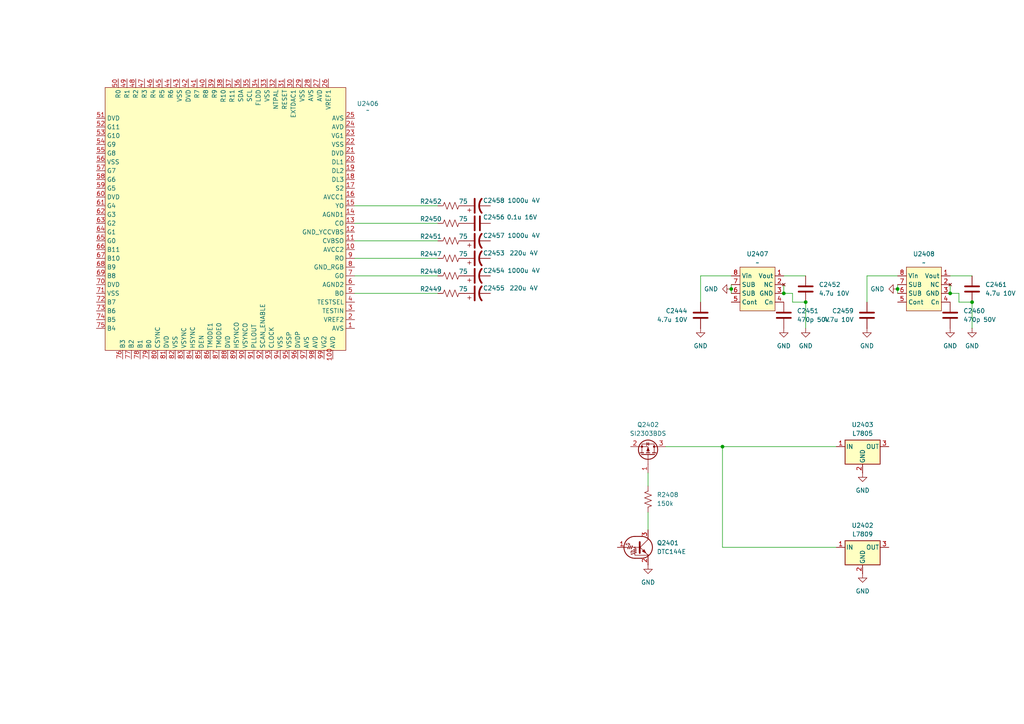
<source format=kicad_sch>
(kicad_sch (version 20231120) (generator "eeschema") (generator_version "8.0")
  (paper "A4")
  (lib_symbols
    (symbol "Device:C" (pin_numbers hide) (pin_names (offset 0.254))
      (property "Reference" "C" (at 0.635 2.54 0))
      (property "Value" "C" (at 0.635 -2.54 0))
      (symbol "C_0_1"
        (polyline (pts (xy -2.032 -0.762) (xy 2.032 -0.762)) (stroke (width 0.508)))
        (polyline (pts (xy -2.032 0.762) (xy 2.032 0.762)) (stroke (width 0.508)))
      )
      (symbol "C_1_1"
        (pin passive line (at 0 3.81 270) (length 2.794) (name "~") (number "1"))
        (pin passive line (at 0 -3.81 90) (length 2.794) (name "~") (number "2"))
      )
    )
    (symbol "Device:C_Polarized_US" (pin_numbers hide) (pin_names (offset 0.254) hide)
      (property "Reference" "C" (at 0.635 2.54 0))
      (property "Value" "C_Polarized_US" (at 0.635 -2.54 0))
      (symbol "C_Polarized_US_0_1"
        (polyline (pts (xy -2.032 0.762) (xy 2.032 0.762)) (stroke (width 0.508)))
        (polyline (pts (xy -1.778 2.286) (xy -0.762 2.286)))
        (polyline (pts (xy -1.27 1.778) (xy -1.27 2.794)))
        (arc (start 2.032 -1.27) (mid 0 -0.5572) (end -2.032 -1.27) (stroke (width 0.508)))
      )
      (symbol "C_Polarized_US_1_1"
        (pin passive line (at 0 3.81 270) (length 2.794) (name "~") (number "1"))
        (pin passive line (at 0 -3.81 90) (length 3.302) (name "~") (number "2"))
      )
    )
    (symbol "Device:R_US" (pin_numbers hide) (pin_names (offset 0))
      (property "Reference" "R" (at 2.54 0 90))
      (property "Value" "R_US" (at -2.54 0 90))
      (symbol "R_US_0_1"
        (polyline (pts (xy 0 -2.286) (xy 0 -2.54)))
        (polyline (pts (xy 0 2.286) (xy 0 2.54)))
        (polyline (pts (xy 0 -0.762) (xy 1.016 -1.143) (xy 0 -1.524) (xy -1.016 -1.905) (xy 0 -2.286)))
        (polyline (pts (xy 0 0.762) (xy 1.016 0.381) (xy 0 0) (xy -1.016 -0.381) (xy 0 -0.762)))
        (polyline (pts (xy 0 2.286) (xy 1.016 1.905) (xy 0 1.524) (xy -1.016 1.143) (xy 0 0.762)))
      )
      (symbol "R_US_1_1"
        (pin passive line (at 0 3.81 270) (length 1.27) (name "~") (number "1"))
        (pin passive line (at 0 -3.81 90) (length 1.27) (name "~") (number "2"))
      )
    )
    (symbol "PS3:CXM4024"
      (property "Reference" "U" (at 0 0 0))
      (symbol "CXM4024_0_0"
        (pin unspecified line (at -36.83 29.21 0) (length 2.54) (name "AVS") (number "1"))
        (pin unspecified line (at -36.83 6.35 0) (length 2.54) (name "AVCC2") (number "10"))
        (pin unspecified line (at -30.48 38.1 270) (length 2.54) (name "AVD") (number "100"))
        (pin unspecified line (at -36.83 3.81 0) (length 2.54) (name "CVBSO") (number "11"))
        (pin unspecified line (at -36.83 1.27 0) (length 2.54) (name "GND_YCCVBS") (number "12"))
        (pin unspecified line (at -36.83 -1.27 0) (length 2.54) (name "CO") (number "13"))
        (pin unspecified line (at -36.83 -3.81 0) (length 2.54) (name "AGND1") (number "14"))
        (pin unspecified line (at -36.83 -6.35 0) (length 2.54) (name "YO") (number "15"))
        (pin unspecified line (at -36.83 -8.89 0) (length 2.54) (name "AVCC1") (number "16"))
        (pin unspecified line (at -36.83 -11.43 0) (length 2.54) (name "S2") (number "17"))
        (pin unspecified line (at -36.83 -13.97 0) (length 2.54) (name "DL3") (number "18"))
        (pin unspecified line (at -36.83 -16.51 0) (length 2.54) (name "DL2") (number "19"))
        (pin unspecified line (at -36.83 26.67 0) (length 2.54) (name "VREF2") (number "2"))
        (pin unspecified line (at -36.83 -19.05 0) (length 2.54) (name "DL1") (number "20"))
        (pin unspecified line (at -36.83 -21.59 0) (length 2.54) (name "DVD") (number "21"))
        (pin unspecified line (at -36.83 -24.13 0) (length 2.54) (name "VSS") (number "22"))
        (pin unspecified line (at -36.83 -26.67 0) (length 2.54) (name "VG1") (number "23"))
        (pin unspecified line (at -36.83 -29.21 0) (length 2.54) (name "AVD") (number "24"))
        (pin unspecified line (at -36.83 -31.75 0) (length 2.54) (name "AVS") (number "25"))
        (pin unspecified line (at -29.21 -43.18 90) (length 2.54) (name "VREF1") (number "26"))
        (pin unspecified line (at -26.67 -43.18 90) (length 2.54) (name "AVD") (number "27"))
        (pin unspecified line (at -24.13 -43.18 90) (length 2.54) (name "AVS") (number "28"))
        (pin unspecified line (at -21.59 -43.18 90) (length 2.54) (name "VSS") (number "29"))
        (pin unspecified line (at -36.83 24.13 0) (length 2.54) (name "TESTIN") (number "3"))
        (pin unspecified line (at -19.05 -43.18 90) (length 2.54) (name "EXTDAC1") (number "30"))
        (pin unspecified line (at -16.51 -43.18 90) (length 2.54) (name "RESET") (number "31"))
        (pin unspecified line (at -13.97 -43.18 90) (length 2.54) (name "NTPAL") (number "32"))
        (pin unspecified line (at -11.43 -43.18 90) (length 2.54) (name "VSS") (number "33"))
        (pin unspecified line (at -8.89 -43.18 90) (length 2.54) (name "FLDD") (number "34"))
        (pin unspecified line (at -6.35 -43.18 90) (length 2.54) (name "SCL") (number "35"))
        (pin unspecified line (at -3.81 -43.18 90) (length 2.54) (name "SDA") (number "36"))
        (pin unspecified line (at -1.27 -43.18 90) (length 2.54) (name "R11") (number "37"))
        (pin unspecified line (at 1.27 -43.18 90) (length 2.54) (name "R10") (number "38"))
        (pin unspecified line (at 3.81 -43.18 90) (length 2.54) (name "R9") (number "39"))
        (pin unspecified line (at -36.83 21.59 0) (length 2.54) (name "TESTSEL") (number "4"))
        (pin unspecified line (at 6.35 -43.18 90) (length 2.54) (name "R8") (number "40"))
        (pin unspecified line (at 8.89 -43.18 90) (length 2.54) (name "R7") (number "41"))
        (pin unspecified line (at 11.43 -43.18 90) (length 2.54) (name "DVD") (number "42"))
        (pin unspecified line (at 13.97 -43.18 90) (length 2.54) (name "VSS") (number "43"))
        (pin unspecified line (at 16.51 -43.18 90) (length 2.54) (name "R6") (number "44"))
        (pin unspecified line (at 19.05 -43.18 90) (length 2.54) (name "R5") (number "45"))
        (pin unspecified line (at 21.59 -43.18 90) (length 2.54) (name "R4") (number "46"))
        (pin unspecified line (at 24.13 -43.18 90) (length 2.54) (name "R3") (number "47"))
        (pin unspecified line (at 26.67 -43.18 90) (length 2.54) (name "R2") (number "48"))
        (pin unspecified line (at 29.21 -43.18 90) (length 2.54) (name "R1") (number "49"))
        (pin unspecified line (at -36.83 19.05 0) (length 2.54) (name "BO") (number "5"))
        (pin unspecified line (at 31.75 -43.18 90) (length 2.54) (name "R0") (number "50"))
        (pin unspecified line (at 38.1 -31.75 180) (length 2.54) (name "DVD") (number "51"))
        (pin unspecified line (at 38.1 -29.21 180) (length 2.54) (name "G11") (number "52"))
        (pin unspecified line (at 38.1 -26.67 180) (length 2.54) (name "G10") (number "53"))
        (pin unspecified line (at 38.1 -24.13 180) (length 2.54) (name "G9") (number "54"))
        (pin unspecified line (at 38.1 -21.59 180) (length 2.54) (name "G8") (number "55"))
        (pin unspecified line (at 38.1 -19.05 180) (length 2.54) (name "VSS") (number "56"))
        (pin unspecified line (at 38.1 -16.51 180) (length 2.54) (name "G7") (number "57"))
        (pin unspecified line (at 38.1 -13.97 180) (length 2.54) (name "G6") (number "58"))
        (pin unspecified line (at 38.1 -11.43 180) (length 2.54) (name "G5") (number "59"))
        (pin unspecified line (at -36.83 16.51 0) (length 2.54) (name "AGND2") (number "6"))
        (pin unspecified line (at 38.1 -8.89 180) (length 2.54) (name "DVD") (number "60"))
        (pin unspecified line (at 38.1 -6.35 180) (length 2.54) (name "G4") (number "61"))
        (pin unspecified line (at 38.1 -3.81 180) (length 2.54) (name "G3") (number "62"))
        (pin unspecified line (at 38.1 -1.27 180) (length 2.54) (name "G2") (number "63"))
        (pin unspecified line (at 38.1 1.27 180) (length 2.54) (name "G1") (number "64"))
        (pin unspecified line (at 38.1 3.81 180) (length 2.54) (name "G0") (number "65"))
        (pin unspecified line (at 38.1 6.35 180) (length 2.54) (name "B11") (number "66"))
        (pin unspecified line (at 38.1 8.89 180) (length 2.54) (name "B10") (number "67"))
        (pin unspecified line (at 38.1 11.43 180) (length 2.54) (name "B9") (number "68"))
        (pin unspecified line (at 38.1 13.97 180) (length 2.54) (name "B8") (number "69"))
        (pin unspecified line (at -36.83 13.97 0) (length 2.54) (name "GO") (number "7"))
        (pin unspecified line (at 38.1 16.51 180) (length 2.54) (name "DVD") (number "70"))
        (pin unspecified line (at 38.1 19.05 180) (length 2.54) (name "VSS") (number "71"))
        (pin unspecified line (at 38.1 21.59 180) (length 2.54) (name "B7") (number "72"))
        (pin unspecified line (at 38.1 24.13 180) (length 2.54) (name "B6") (number "73"))
        (pin unspecified line (at 38.1 26.67 180) (length 2.54) (name "B5") (number "74"))
        (pin unspecified line (at 38.1 29.21 180) (length 2.54) (name "B4") (number "75"))
        (pin unspecified line (at 30.48 38.1 270) (length 2.54) (name "B3") (number "76"))
        (pin unspecified line (at 27.94 38.1 270) (length 2.54) (name "B2") (number "77"))
        (pin unspecified line (at 25.4 38.1 270) (length 2.54) (name "B1") (number "78"))
        (pin unspecified line (at 22.86 38.1 270) (length 2.54) (name "B0") (number "79"))
        (pin unspecified line (at -36.83 11.43 0) (length 2.54) (name "GND_RGB") (number "8"))
        (pin unspecified line (at 20.32 38.1 270) (length 2.54) (name "CSYNC") (number "80"))
        (pin unspecified line (at 17.78 38.1 270) (length 2.54) (name "DVD") (number "81"))
        (pin unspecified line (at 15.24 38.1 270) (length 2.54) (name "VSS") (number "82"))
        (pin unspecified line (at 12.7 38.1 270) (length 2.54) (name "VSYNC") (number "83"))
        (pin unspecified line (at 10.16 38.1 270) (length 2.54) (name "HSYNC") (number "84"))
        (pin unspecified line (at 7.62 38.1 270) (length 2.54) (name "DEN") (number "85"))
        (pin unspecified line (at 5.08 38.1 270) (length 2.54) (name "TMODE1") (number "86"))
        (pin unspecified line (at 2.54 38.1 270) (length 2.54) (name "TMODE0") (number "87"))
        (pin unspecified line (at 0 38.1 270) (length 2.54) (name "DVD") (number "88"))
        (pin unspecified line (at -2.54 38.1 270) (length 2.54) (name "HSYNCO") (number "89"))
        (pin unspecified line (at -36.83 8.89 0) (length 2.54) (name "RO") (number "9"))
        (pin unspecified line (at -5.08 38.1 270) (length 2.54) (name "VSYNCO") (number "90"))
        (pin unspecified line (at -7.62 38.1 270) (length 2.54) (name "PLLOUT") (number "91"))
        (pin unspecified line (at -10.16 38.1 270) (length 2.54) (name "SCAN_ENABLE") (number "92"))
        (pin unspecified line (at -12.7 38.1 270) (length 2.54) (name "CLOCK") (number "93"))
        (pin unspecified line (at -15.24 38.1 270) (length 2.54) (name "VSS") (number "94"))
        (pin unspecified line (at -17.78 38.1 270) (length 2.54) (name "VSSP") (number "95"))
        (pin unspecified line (at -20.32 38.1 270) (length 2.54) (name "DVDP") (number "96"))
        (pin unspecified line (at -22.86 38.1 270) (length 2.54) (name "AVS") (number "97"))
        (pin unspecified line (at -25.4 38.1 270) (length 2.54) (name "AVD") (number "98"))
        (pin unspecified line (at -27.94 38.1 270) (length 2.54) (name "VG2") (number "99"))
      )
      (symbol "CXM4024_1_1"
        (rectangle (start -34.29 35.56) (end 35.56 -40.64) (fill (type background)))
      )
    )
    (symbol "PS3:MM159X"
      (property "Reference" "U" (at 0 0 0))
      (symbol "MM159X_0_0"
        (pin power_out line (at -7.62 -3.81 0) (length 2.54) (name "Vout") (number "1"))
        (pin no_connect line (at -7.62 -6.35 0) (length 2.54) (name "NC") (number "2"))
        (pin power_in line (at -7.62 -8.89 0) (length 2.54) (name "GND") (number "3"))
        (pin unspecified line (at -7.62 -11.43 0) (length 2.54) (name "Cn") (number "4"))
        (pin input line (at 7.62 -11.43 180) (length 2.54) (name "Cont") (number "5"))
        (pin power_in line (at 7.62 -3.81 180) (length 2.54) (name "Vin") (number "8"))
      )
      (symbol "MM159X_1_0"
        (pin unspecified line (at 7.62 -8.89 180) (length 2.54) (name "SUB") (number "6"))
        (pin unspecified line (at 7.62 -6.35 180) (length 2.54) (name "SUB") (number "7"))
      )
      (symbol "MM159X_1_1"
        (rectangle (start -5.08 -1.27) (end 5.08 -13.97) (fill (type background)))
      )
    )
    (symbol "Regulator_Linear:L7805" (pin_names (offset 0.254))
      (property "Reference" "U" (at -3.81 3.175 0))
      (property "Value" "L7805" (at 0 3.175 0))
      (symbol "L7805_0_1"
        (rectangle (start -5.08 1.905) (end 5.08 -5.08) (stroke (width 0.254)) (fill (type background)))
      )
      (symbol "L7805_1_1"
        (pin power_in line (at -7.62 0 0) (length 2.54) (name "IN") (number "1"))
        (pin power_in line (at 0 -7.62 90) (length 2.54) (name "GND") (number "2"))
        (pin power_out line (at 7.62 0 180) (length 2.54) (name "OUT") (number "3"))
      )
    )
    (symbol "Regulator_Linear:L7809" (pin_names (offset 0.254))
      (property "Reference" "U" (at -3.81 3.175 0))
      (property "Value" "L7809" (at 0 3.175 0))
      (symbol "L7809_0_1"
        (rectangle (start -5.08 1.905) (end 5.08 -5.08) (stroke (width 0.254)) (fill (type background)))
      )
      (symbol "L7809_1_1"
        (pin power_in line (at -7.62 0 0) (length 2.54) (name "IN") (number "1"))
        (pin power_in line (at 0 -7.62 90) (length 2.54) (name "GND") (number "2"))
        (pin power_out line (at 7.62 0 180) (length 2.54) (name "OUT") (number "3"))
      )
    )
    (symbol "Transistor_BJT:DTC144E" (pin_names (offset 0) hide)
      (property "Reference" "Q" (at 5.08 1.905 0))
      (property "Value" "DTC144E" (at 5.08 0 0))
      (symbol "DTC144E_0_0"
        (text "47k" (at -3.302 0.889 0) (effects (font (size 0.508 0.508))))
        (text "47k" (at -2.159 -1.524 900) (effects (font (size 0.508 0.508))))
      )
      (symbol "DTC144E_0_1"
        (circle (center -1.27 0) (radius 0.127))
        (arc (start -1.27 3.175) (mid -4.4312 0) (end -1.27 -3.175) (stroke (width 0.254)))
        (polyline (pts (xy -3.429 0) (xy -3.81 0)))
        (polyline (pts (xy -1.27 -3.175) (xy 0.635 -3.175)) (stroke (width 0.254)))
        (polyline (pts (xy -1.27 3.175) (xy 0.635 3.175)) (stroke (width 0.254)))
        (polyline (pts (xy 0 -0.254) (xy 2.54 2.286)))
        (polyline (pts (xy 0.127 1.524) (xy 0.127 -1.651)) (stroke (width 0.508)) (fill (type outline)))
        (polyline (pts (xy 2.54 2.286) (xy 2.54 2.54)))
        (polyline (pts (xy 2.54 -2.286) (xy 0 0.254) (xy 0 0.254)))
        (polyline (pts (xy 0.889 -1.143) (xy 1.397 -0.635) (xy 1.905 -1.651) (xy 0.889 -1.143)) (fill (type outline)))
        (polyline (pts (xy 0 0) (xy -1.905 0) (xy -2.032 0.508) (xy -2.286 -0.508) (xy -2.54 0.508) (xy -2.794 -0.508) (xy -3.048 0.508) (xy -3.302 -0.508) (xy -3.429 0)))
        (polyline (pts (xy -1.27 0) (xy -1.27 -0.381) (xy -0.762 -0.508) (xy -1.778 -0.762) (xy -0.762 -1.016) (xy -1.778 -1.27) (xy -0.762 -1.524) (xy -1.778 -1.778) (xy -1.27 -1.905) (xy -1.27 -2.286) (xy 2.54 -2.286)))
        (arc (start 0.635 -3.175) (mid 3.7962 0) (end 0.635 3.175) (stroke (width 0.254)))
        (circle (center 2.54 -2.286) (radius 0.127))
      )
      (symbol "DTC144E_1_1"
        (pin input line (at -6.35 0 0) (length 2.54) (name "B") (number "1"))
        (pin passive line (at 2.54 -5.08 90) (length 2.54) (name "E") (number "2"))
        (pin passive line (at 2.54 5.08 270) (length 2.54) (name "C") (number "3"))
      )
    )
    (symbol "Transistor_FET:TP0610T" (pin_names hide)
      (property "Reference" "Q" (at 5.08 1.905 0))
      (property "Value" "TP0610T" (at 5.08 0 0))
      (symbol "TP0610T_0_1"
        (polyline (pts (xy 0.254 0) (xy -2.54 0)))
        (polyline (pts (xy 0.254 1.905) (xy 0.254 -1.905)) (stroke (width 0.254)))
        (polyline (pts (xy 0.762 -1.27) (xy 0.762 -2.286)) (stroke (width 0.254)))
        (polyline (pts (xy 0.762 0.508) (xy 0.762 -0.508)) (stroke (width 0.254)))
        (polyline (pts (xy 0.762 2.286) (xy 0.762 1.27)) (stroke (width 0.254)))
        (polyline (pts (xy 2.54 2.54) (xy 2.54 1.778)))
        (polyline (pts (xy 2.54 -2.54) (xy 2.54 0) (xy 0.762 0)))
        (polyline (pts (xy 0.762 1.778) (xy 3.302 1.778) (xy 3.302 -1.778) (xy 0.762 -1.778)))
        (polyline (pts (xy 2.286 0) (xy 1.27 0.381) (xy 1.27 -0.381) (xy 2.286 0)) (fill (type outline)))
        (polyline (pts (xy 2.794 -0.508) (xy 2.921 -0.381) (xy 3.683 -0.381) (xy 3.81 -0.254)))
        (polyline (pts (xy 3.302 -0.381) (xy 2.921 0.254) (xy 3.683 0.254) (xy 3.302 -0.381)))
        (circle (center 1.651 0) (radius 2.794) (stroke (width 0.254)))
        (circle (center 2.54 -1.778) (radius 0.254) (fill (type outline)))
        (circle (center 2.54 1.778) (radius 0.254) (fill (type outline)))
      )
      (symbol "TP0610T_1_1"
        (pin input line (at -5.08 0 0) (length 2.54) (name "G") (number "1"))
        (pin passive line (at 2.54 -5.08 90) (length 2.54) (name "S") (number "2"))
        (pin passive line (at 2.54 5.08 270) (length 2.54) (name "D") (number "3"))
      )
    )
    (symbol "power:GND" (power) (pin_numbers hide) (pin_names (offset 0) hide)
      (property "Value" "GND" (at 0 -3.81 0))
      (symbol "GND_0_1"
        (polyline (pts (xy 0 0) (xy 0 -1.27) (xy 1.27 -1.27) (xy 0 -2.54) (xy -1.27 -1.27) (xy 0 -1.27)))
      )
      (symbol "GND_1_1"
        (pin power_in line (at 0 0 270) (length 0) (name "~") (number "1"))
      )
    )
  )
  (junction (at 227.33 85.09))
  (junction (at 260.35 83.82))
  (junction (at 212.09 83.82))
  (junction (at 233.68 87.63))
  (junction (at 209.55 129.54))
  (junction (at 275.59 85.09))
  (junction (at 281.94 87.63))
  (wire (pts (xy 193.04 129.54) (xy 209.55 129.54)))
  (wire (pts (xy 102.87 80.01) (xy 127 80.01)))
  (wire (pts (xy 278.13 85.09) (xy 278.13 87.63)))
  (wire (pts (xy 229.87 87.63) (xy 233.68 87.63)))
  (wire (pts (xy 251.46 80.01) (xy 260.35 80.01)))
  (wire (pts (xy 203.2 87.63) (xy 203.2 80.01)))
  (wire (pts (xy 251.46 87.63) (xy 251.46 80.01)))
  (wire (pts (xy 203.2 80.01) (xy 212.09 80.01)))
  (wire (pts (xy 102.87 64.77) (xy 127 64.77)))
  (wire (pts (xy 209.55 129.54) (xy 242.57 129.54)))
  (wire (pts (xy 102.87 74.93) (xy 127 74.93)))
  (wire (pts (xy 229.87 85.09) (xy 229.87 87.63)))
  (wire (pts (xy 275.59 82.55) (xy 275.59 85.09)))
  (wire (pts (xy 187.96 148.59) (xy 187.96 153.67)))
  (wire (pts (xy 260.35 83.82) (xy 260.35 85.09)))
  (wire (pts (xy 275.59 80.01) (xy 281.94 80.01)))
  (wire (pts (xy 227.33 82.55) (xy 227.33 85.09)))
  (wire (pts (xy 212.09 82.55) (xy 212.09 83.82)))
  (wire (pts (xy 102.87 69.85) (xy 127 69.85)))
  (wire (pts (xy 227.33 85.09) (xy 229.87 85.09)))
  (wire (pts (xy 187.96 137.16) (xy 187.96 140.97)))
  (wire (pts (xy 260.35 82.55) (xy 260.35 83.82)))
  (wire (pts (xy 233.68 87.63) (xy 233.68 95.25)))
  (wire (pts (xy 102.87 85.09) (xy 127 85.09)))
  (wire (pts (xy 242.57 158.75) (xy 209.55 158.75)))
  (wire (pts (xy 212.09 83.82) (xy 212.09 85.09)))
  (wire (pts (xy 281.94 87.63) (xy 281.94 95.25)))
  (wire (pts (xy 209.55 158.75) (xy 209.55 129.54)))
  (wire (pts (xy 227.33 80.01) (xy 233.68 80.01)))
  (wire (pts (xy 275.59 85.09) (xy 278.13 85.09)))
  (wire (pts (xy 278.13 87.63) (xy 281.94 87.63)))
  (wire (pts (xy 102.87 59.69) (xy 127 59.69)))
  (symbol (lib_id "Regulator_Linear:L7805") (at 250.19 129.54 0) (unit 1)
    (property "Reference" "U2403" (at 250.19 123.19 0))
    (property "Value" "L7805" (at 250.19 125.73 0))
    (property "Footprint" "Package_TO_SOT_SMD:TO-252-2" (effects (hide yes)))
    (property "Datasheet" "http://www.st.com/content/ccc/resource/technical/document/datasheet/41/4f/b3/b0/12/d4/47/88/CD00000444.pdf/files/CD00000444.pdf/jcr:content/translations/en.CD00000444.pdf" (effects (hide yes)))
    (property "Description" "Positive 1.5A 35V Linear Regulator, Fixed Output 5V, TO-220/TO-263/TO-252" (effects (hide yes)))
  )
  (symbol (lib_id "Device:R_US") (at 130.81 85.09 90) (unit 1)
    (property "Reference" "R2449" (at 124.968 83.82 90))
    (property "Value" "75" (at 134.366 83.82 90))
    (property "Footprint" "Resistor_SMD:R_0603_1608Metric" (effects (hide yes)))
    (property "Description" "Resistor, US symbol" (effects (hide yes)))
  )
  (symbol (lib_id "power:GND") (at 233.68 95.25 0) (unit 1)
    (property "Reference" "#PWR0407" (effects (hide yes)))
    (property "Value" "GND" (at 233.68 100.33 0))
    (property "Description" "Power symbol creates a global label with name \"GND\" , ground" (effects (hide yes)))
  )
  (symbol (lib_id "power:GND") (at 260.35 83.82 270) (unit 1)
    (property "Reference" "#PWR0410" (effects (hide yes)))
    (property "Value" "GND" (at 256.54 83.8199 90) (effects (justify right)))
    (property "Description" "Power symbol creates a global label with name \"GND\" , ground" (effects (hide yes)))
  )
  (symbol (lib_id "Device:R_US") (at 130.81 80.01 90) (unit 1)
    (property "Reference" "R2448" (at 124.968 78.74 90))
    (property "Value" "75" (at 134.366 78.74 90))
    (property "Footprint" "Resistor_SMD:R_0603_1608Metric" (effects (hide yes)))
    (property "Description" "Resistor, US symbol" (effects (hide yes)))
  )
  (symbol (lib_id "Device:C") (at 227.33 91.44 0) (unit 1)
    (property "Reference" "C2451" (at 231.14 90.1699 0) (effects (justify left)))
    (property "Value" "470p 50V" (at 231.14 92.7099 0) (effects (justify left)))
    (property "Footprint" "Capacitor_SMD:C_0402_1005Metric" (effects (hide yes)))
    (property "Description" "Unpolarized capacitor" (effects (hide yes)))
  )
  (symbol (lib_id "Device:C_Polarized_US") (at 138.43 59.69 90) (unit 1)
    (property "Reference" "C2458" (at 143.256 58.166 90))
    (property "Value" "1000u 4V" (at 151.892 58.166 90))
    (property "Footprint" "Capacitor_SMD:CP_Elec_8x6.9" (effects (hide yes)))
    (property "Description" "Polarized capacitor, US symbol" (effects (hide yes)))
  )
  (symbol (lib_id "Device:C_Polarized_US") (at 138.43 74.93 90) (unit 1)
    (property "Reference" "C2453" (at 143.256 73.406 90))
    (property "Value" "220u 4V" (at 151.892 73.406 90))
    (property "Footprint" "Capacitor_SMD:CP_Elec_6.3x4.5" (effects (hide yes)))
    (property "Description" "Polarized capacitor, US symbol" (effects (hide yes)))
  )
  (symbol (lib_id "PS3:MM159X") (at 219.71 76.2 0) (mirror y) (unit 1)
    (property "Reference" "U2407" (at 219.71 73.66 0))
    (property "Value" "~" (at 219.71 76.2 0))
    (property "Footprint" "Package_SO:SOP-8_3.9x4.9mm_P1.27mm" (effects (hide yes)))
    (property "Datasheet" "https://product.minebeamitsumi.com/en/product/category/ics/regulate/ldo/parts/download/__icsFiles/afieldfile/2023/02/15/56_download_01_2.pdf" (effects (hide yes)))
  )
  (symbol (lib_id "Device:R_US") (at 130.81 59.69 90) (unit 1)
    (property "Reference" "R2452" (at 124.968 58.42 90))
    (property "Value" "75" (at 134.366 58.42 90))
    (property "Footprint" "Resistor_SMD:R_0603_1608Metric" (effects (hide yes)))
    (property "Description" "Resistor, US symbol" (effects (hide yes)))
  )
  (symbol (lib_id "Device:R_US") (at 130.81 74.93 90) (unit 1)
    (property "Reference" "R2447" (at 124.968 73.66 90))
    (property "Value" "75" (at 134.366 73.66 90))
    (property "Footprint" "Resistor_SMD:R_0603_1608Metric" (effects (hide yes)))
    (property "Description" "Resistor, US symbol" (effects (hide yes)))
  )
  (symbol (lib_id "power:GND") (at 275.59 95.25 0) (unit 1)
    (property "Reference" "#PWR0411" (effects (hide yes)))
    (property "Value" "GND" (at 275.59 100.33 0))
    (property "Description" "Power symbol creates a global label with name \"GND\" , ground" (effects (hide yes)))
  )
  (symbol (lib_id "power:GND") (at 250.19 166.37 0) (unit 1)
    (property "Reference" "#PWR0404" (effects (hide yes)))
    (property "Value" "GND" (at 250.19 171.45 0))
    (property "Description" "Power symbol creates a global label with name \"GND\" , ground" (effects (hide yes)))
  )
  (symbol (lib_id "PS3:CXM4024") (at 66.04 66.04 180) (unit 1)
    (property "Reference" "U2406" (at 106.68 30.0638 0))
    (property "Value" "~" (at 106.68 31.9689 0))
    (property "Footprint" "Package_QFP:TQFP-100_14x14mm_P0.5mm" (effects (hide yes)))
  )
  (symbol (lib_id "power:GND") (at 203.2 95.25 0) (unit 1)
    (property "Reference" "#PWR0405" (effects (hide yes)))
    (property "Value" "GND" (at 203.2 100.33 0))
    (property "Description" "Power symbol creates a global label with name \"GND\" , ground" (effects (hide yes)))
  )
  (symbol (lib_id "Device:R_US") (at 130.81 69.85 90) (unit 1)
    (property "Reference" "R2451" (at 124.968 68.58 90))
    (property "Value" "75" (at 134.366 68.58 90))
    (property "Footprint" "Resistor_SMD:R_0603_1608Metric" (effects (hide yes)))
    (property "Description" "Resistor, US symbol" (effects (hide yes)))
  )
  (symbol (lib_id "Device:C_Polarized_US") (at 138.43 69.85 90) (unit 1)
    (property "Reference" "C2457" (at 143.256 68.326 90))
    (property "Value" "1000u 4V" (at 151.892 68.326 90))
    (property "Footprint" "Capacitor_SMD:CP_Elec_8x6.9" (effects (hide yes)))
    (property "Description" "Polarized capacitor, US symbol" (effects (hide yes)))
  )
  (symbol (lib_id "Device:C") (at 275.59 91.44 0) (unit 1)
    (property "Reference" "C2460" (at 279.4 90.1699 0) (effects (justify left)))
    (property "Value" "470p 50V" (at 279.4 92.7099 0) (effects (justify left)))
    (property "Footprint" "Capacitor_SMD:C_0402_1005Metric" (effects (hide yes)))
    (property "Description" "Unpolarized capacitor" (effects (hide yes)))
  )
  (symbol (lib_id "Transistor_FET:TP0610T") (at 187.96 132.08 270) (mirror x) (unit 1)
    (property "Reference" "Q2402" (at 187.96 123.19 90))
    (property "Value" "SI2303BDS" (at 187.96 125.73 90))
    (property "Footprint" "Package_TO_SOT_SMD:SOT-23" (effects (hide yes)))
    (property "Datasheet" "http://www.vishay.com/docs/70209/70209.pdf" (effects (hide yes)))
    (property "Description" "-0.18A Id, -60V Vds, P-Channel MOSFET, SOT-23" (effects (hide yes)))
  )
  (symbol (lib_id "Device:C") (at 251.46 91.44 0) (mirror y) (unit 1)
    (property "Reference" "C2459" (at 247.65 90.1699 0) (effects (justify left)))
    (property "Value" "4.7u 10V" (at 247.65 92.7099 0) (effects (justify left)))
    (property "Footprint" "Capacitor_SMD:C_0805_2012Metric" (effects (hide yes)))
    (property "Description" "Unpolarized capacitor" (effects (hide yes)))
  )
  (symbol (lib_id "Device:C_Polarized_US") (at 138.43 85.09 90) (unit 1)
    (property "Reference" "C2455" (at 143.256 83.566 90))
    (property "Value" "220u 4V" (at 151.892 83.566 90))
    (property "Footprint" "Capacitor_SMD:CP_Elec_6.3x4.5" (effects (hide yes)))
    (property "Description" "Polarized capacitor, US symbol" (effects (hide yes)))
  )
  (symbol (lib_id "power:GND") (at 212.09 83.82 270) (unit 1)
    (property "Reference" "#PWR0408" (effects (hide yes)))
    (property "Value" "GND" (at 208.28 83.8199 90) (effects (justify right)))
    (property "Description" "Power symbol creates a global label with name \"GND\" , ground" (effects (hide yes)))
  )
  (symbol (lib_id "power:GND") (at 251.46 95.25 0) (unit 1)
    (property "Reference" "#PWR0409" (effects (hide yes)))
    (property "Value" "GND" (at 251.46 100.33 0))
    (property "Description" "Power symbol creates a global label with name \"GND\" , ground" (effects (hide yes)))
  )
  (symbol (lib_id "power:GND") (at 250.19 137.16 0) (unit 1)
    (property "Reference" "#PWR0403" (effects (hide yes)))
    (property "Value" "GND" (at 250.19 142.24 0))
    (property "Description" "Power symbol creates a global label with name \"GND\" , ground" (effects (hide yes)))
  )
  (symbol (lib_id "power:GND") (at 281.94 95.25 0) (unit 1)
    (property "Reference" "#PWR0412" (effects (hide yes)))
    (property "Value" "GND" (at 281.94 100.33 0))
    (property "Description" "Power symbol creates a global label with name \"GND\" , ground" (effects (hide yes)))
  )
  (symbol (lib_id "power:GND") (at 187.96 163.83 0) (unit 1)
    (property "Reference" "#PWR0402" (effects (hide yes)))
    (property "Value" "GND" (at 187.96 168.91 0))
    (property "Description" "Power symbol creates a global label with name \"GND\" , ground" (effects (hide yes)))
  )
  (symbol (lib_id "Device:R_US") (at 130.81 64.77 90) (unit 1)
    (property "Reference" "R2450" (at 124.968 63.5 90))
    (property "Value" "75" (at 134.366 63.5 90))
    (property "Footprint" "Resistor_SMD:R_0603_1608Metric" (effects (hide yes)))
    (property "Description" "Resistor, US symbol" (effects (hide yes)))
  )
  (symbol (lib_id "PS3:MM159X") (at 267.97 76.2 0) (mirror y) (unit 1)
    (property "Reference" "U2408" (at 267.97 73.66 0))
    (property "Value" "~" (at 267.97 76.2 0))
    (property "Footprint" "Package_SO:SOP-8_3.9x4.9mm_P1.27mm" (effects (hide yes)))
    (property "Datasheet" "https://product.minebeamitsumi.com/en/product/category/ics/regulate/ldo/parts/download/__icsFiles/afieldfile/2023/02/15/56_download_01_2.pdf" (effects (hide yes)))
  )
  (symbol (lib_id "power:GND") (at 227.33 95.25 0) (unit 1)
    (property "Reference" "#PWR0406" (effects (hide yes)))
    (property "Value" "GND" (at 227.33 100.33 0))
    (property "Description" "Power symbol creates a global label with name \"GND\" , ground" (effects (hide yes)))
  )
  (symbol (lib_id "Device:C") (at 203.2 91.44 0) (mirror y) (unit 1)
    (property "Reference" "C2444" (at 199.39 90.1699 0) (effects (justify left)))
    (property "Value" "4.7u 10V" (at 199.39 92.7099 0) (effects (justify left)))
    (property "Footprint" "Capacitor_SMD:C_0805_2012Metric" (effects (hide yes)))
    (property "Description" "Unpolarized capacitor" (effects (hide yes)))
  )
  (symbol (lib_id "Device:C") (at 233.68 83.82 0) (unit 1)
    (property "Reference" "C2452" (at 237.49 82.5499 0) (effects (justify left)))
    (property "Value" "4.7u 10V" (at 237.49 85.0899 0) (effects (justify left)))
    (property "Footprint" "Capacitor_SMD:C_0805_2012Metric" (effects (hide yes)))
    (property "Description" "Unpolarized capacitor" (effects (hide yes)))
  )
  (symbol (lib_id "Device:C") (at 138.43 64.77 270) (unit 1)
    (property "Reference" "C2456" (at 143.256 62.992 90))
    (property "Value" "0.1u 16V" (at 151.384 62.992 90))
    (property "Footprint" "Capacitor_SMD:C_0603_1608Metric" (effects (hide yes)))
    (property "Description" "Unpolarized capacitor" (effects (hide yes)))
  )
  (symbol (lib_id "Device:C") (at 281.94 83.82 0) (unit 1)
    (property "Reference" "C2461" (at 285.75 82.5499 0) (effects (justify left)))
    (property "Value" "4.7u 10V" (at 285.75 85.0899 0) (effects (justify left)))
    (property "Footprint" "Capacitor_SMD:C_0805_2012Metric" (effects (hide yes)))
    (property "Description" "Unpolarized capacitor" (effects (hide yes)))
  )
  (symbol (lib_id "Device:R_US") (at 187.96 144.78 0) (mirror y) (unit 1)
    (property "Reference" "R2408" (at 190.5 143.5099 0) (effects (justify right)))
    (property "Value" "150k" (at 190.5 146.0499 0) (effects (justify right)))
    (property "Footprint" "Resistor_SMD:R_0402_1005Metric" (effects (hide yes)))
    (property "Description" "Resistor, US symbol" (effects (hide yes)))
  )
  (symbol (lib_id "Regulator_Linear:L7809") (at 250.19 158.75 0) (unit 1)
    (property "Reference" "U2402" (at 250.19 152.4 0))
    (property "Value" "L7809" (at 250.19 154.94 0))
    (property "Footprint" "Package_TO_SOT_SMD:TO-252-2" (effects (hide yes)))
    (property "Datasheet" "http://www.st.com/content/ccc/resource/technical/document/datasheet/41/4f/b3/b0/12/d4/47/88/CD00000444.pdf/files/CD00000444.pdf/jcr:content/translations/en.CD00000444.pdf" (effects (hide yes)))
    (property "Description" "Positive 1.5A 35V Linear Regulator, Fixed Output 9V, TO-220/TO-263/TO-252" (effects (hide yes)))
  )
  (symbol (lib_id "Transistor_BJT:DTC144E") (at 185.42 158.75 0) (unit 1)
    (property "Reference" "Q2401" (at 190.5 157.4799 0) (effects (justify left)))
    (property "Value" "DTC144E" (at 190.5 160.0199 0) (effects (justify left)))
    (property "Footprint" "Package_TO_SOT_SMD:SOT-323_SC-70" (effects (hide yes)))
    (property "Description" "Digital NPN Transistor, 47k/47k, SOT-23" (effects (hide yes)))
  )
  (symbol (lib_id "Device:C_Polarized_US") (at 138.43 80.01 90) (unit 1)
    (property "Reference" "C2454" (at 143.256 78.486 90))
    (property "Value" "1000u 4V" (at 151.892 78.486 90))
    (property "Footprint" "Capacitor_SMD:CP_Elec_8x6.9" (effects (hide yes)))
    (property "Description" "Polarized capacitor, US symbol" (effects (hide yes)))
  )
)
</source>
